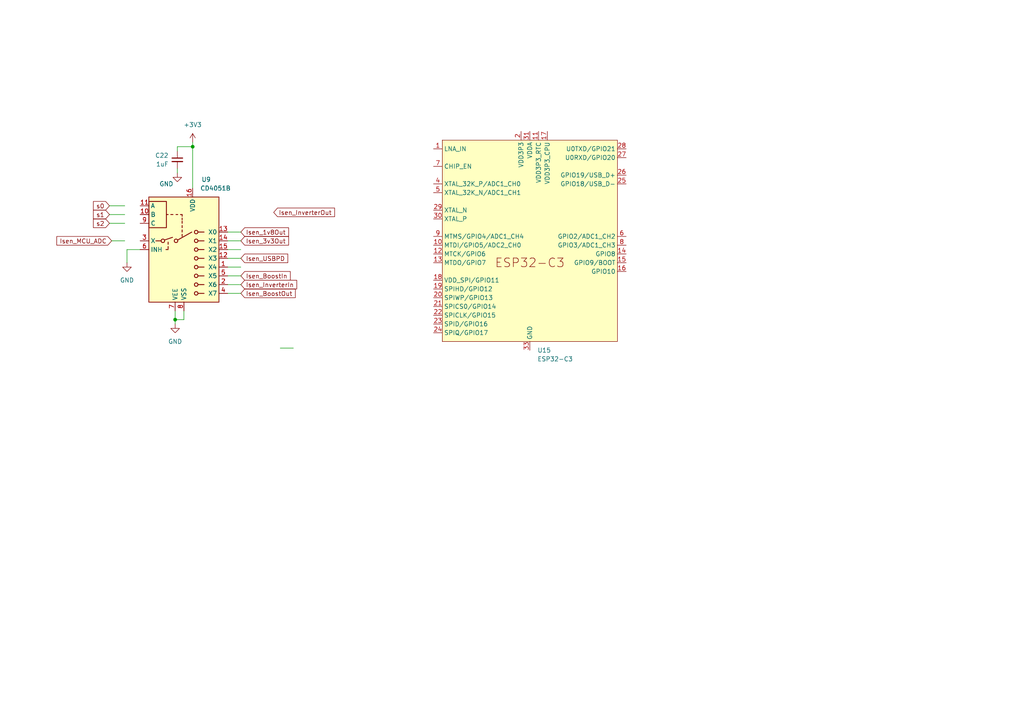
<source format=kicad_sch>
(kicad_sch (version 20230121) (generator eeschema)
  (paper "A4")
  (lib_symbols
    (symbol "Analog_Switch:CD4051B"
      (property "Reference" "U" (at -10.16 16.51 0))
      (property "Value" "CD4051B" (at 3.81 16.51 0))
      (symbol "CD4051B_0_1"
        (rectangle (start -10.16 6.35) (end -5.08 13.97) (stroke (width 0.254)))
        (rectangle (start -10.16 15.24) (end 10.16 -15.24) (stroke (width 0.254)) (fill (type background)))
        (circle (center -6.096 2.54) (radius 0.508) (stroke (width 0.254)))
        (circle (center -2.286 2.54) (radius 0.508) (stroke (width 0.254)))
        (polyline (pts (xy -8.128 2.54) (xy -6.604 2.54)) (stroke (width 0.254)))
        (polyline (pts (xy -5.588 2.794) (xy -3.302 3.556)) (stroke (width 0.254)))
        (polyline (pts (xy -4.572 0) (xy -5.207 0)) (stroke (width 0.254)))
        (polyline (pts (xy -4.572 0.254) (xy -4.572 0.889)) (stroke (width 0.254)))
        (polyline (pts (xy -4.572 1.524) (xy -4.572 2.159)) (stroke (width 0.254)))
        (polyline (pts (xy -4.572 10.16) (xy -5.08 10.16)) (stroke (width 0.254)))
        (polyline (pts (xy -3.81 10.16) (xy -3.175 10.16)) (stroke (width 0.254)))
        (polyline (pts (xy -1.778 2.794) (xy 2.286 5.08)) (stroke (width 0.254)))
        (polyline (pts (xy -1.778 10.16) (xy -2.286 10.16)) (stroke (width 0.254)))
        (polyline (pts (xy -0.508 3.81) (xy -0.508 4.445)) (stroke (width 0.254)))
        (polyline (pts (xy -0.508 5.08) (xy -0.508 5.715)) (stroke (width 0.254)))
        (polyline (pts (xy -0.508 6.35) (xy -0.508 6.985)) (stroke (width 0.254)))
        (polyline (pts (xy -0.508 7.62) (xy -0.508 8.255)) (stroke (width 0.254)))
        (polyline (pts (xy -0.508 8.636) (xy -0.508 9.144)) (stroke (width 0.254)))
        (polyline (pts (xy -0.508 9.652) (xy -0.508 10.16)) (stroke (width 0.254)))
        (polyline (pts (xy -0.508 10.16) (xy -1.016 10.16)) (stroke (width 0.254)))
        (polyline (pts (xy 4.064 -12.7) (xy 5.842 -12.7)) (stroke (width 0.254)))
        (polyline (pts (xy 4.064 -10.16) (xy 5.842 -10.16)) (stroke (width 0.254)))
        (polyline (pts (xy 4.064 -7.62) (xy 5.842 -7.62)) (stroke (width 0.254)))
        (polyline (pts (xy 4.064 -5.08) (xy 5.842 -5.08)) (stroke (width 0.254)))
        (polyline (pts (xy 4.064 -2.54) (xy 5.842 -2.54)) (stroke (width 0.254)))
        (polyline (pts (xy 4.064 0) (xy 5.842 0)) (stroke (width 0.254)))
        (polyline (pts (xy 4.064 2.54) (xy 5.842 2.54)) (stroke (width 0.254)))
        (polyline (pts (xy 4.064 5.08) (xy 5.842 5.08)) (stroke (width 0.254)))
        (circle (center 3.556 -12.7) (radius 0.508) (stroke (width 0.254)))
        (circle (center 3.556 -10.16) (radius 0.508) (stroke (width 0.254)))
        (circle (center 3.556 -7.62) (radius 0.508) (stroke (width 0.254)))
        (circle (center 3.556 -5.08) (radius 0.508) (stroke (width 0.254)))
        (circle (center 3.556 -2.54) (radius 0.508) (stroke (width 0.254)))
        (circle (center 3.556 0) (radius 0.508) (stroke (width 0.254)))
        (circle (center 3.556 2.54) (radius 0.508) (stroke (width 0.254)))
        (circle (center 3.556 5.08) (radius 0.508) (stroke (width 0.254)))
      )
      (symbol "CD4051B_1_1"
        (pin bidirectional line (at 12.7 -5.08 180) (length 2.54) (name "X4") (number "1"))
        (pin input line (at -12.7 10.16 0) (length 2.54) (name "B") (number "10"))
        (pin input line (at -12.7 12.7 0) (length 2.54) (name "A") (number "11"))
        (pin bidirectional line (at 12.7 -2.54 180) (length 2.54) (name "X3") (number "12"))
        (pin bidirectional line (at 12.7 5.08 180) (length 2.54) (name "X0") (number "13"))
        (pin bidirectional line (at 12.7 2.54 180) (length 2.54) (name "X1") (number "14"))
        (pin bidirectional line (at 12.7 0 180) (length 2.54) (name "X2") (number "15"))
        (pin power_in line (at 2.54 17.78 270) (length 2.54) (name "VDD") (number "16"))
        (pin bidirectional line (at 12.7 -10.16 180) (length 2.54) (name "X6") (number "2"))
        (pin bidirectional line (at -12.7 2.54 0) (length 2.54) (name "X") (number "3"))
        (pin bidirectional line (at 12.7 -12.7 180) (length 2.54) (name "X7") (number "4"))
        (pin bidirectional line (at 12.7 -7.62 180) (length 2.54) (name "X5") (number "5"))
        (pin input line (at -12.7 0 0) (length 2.54) (name "INH") (number "6"))
        (pin power_in line (at -2.54 -17.78 90) (length 2.54) (name "VEE") (number "7"))
        (pin power_in line (at 0 -17.78 90) (length 2.54) (name "VSS") (number "8"))
        (pin input line (at -12.7 7.62 0) (length 2.54) (name "C") (number "9"))
      )
    )
    (symbol "Device:C_Small" (pin_numbers hide) (pin_names (offset 0.254) hide)
      (property "Reference" "C" (at 0.254 1.778 0))
      (property "Value" "C_Small" (at 0.254 -2.032 0))
      (symbol "C_Small_0_1"
        (polyline (pts (xy -1.524 -0.508) (xy 1.524 -0.508)) (stroke (width 0.3302)))
        (polyline (pts (xy -1.524 0.508) (xy 1.524 0.508)) (stroke (width 0.3048)))
      )
      (symbol "C_Small_1_1"
        (pin passive line (at 0 2.54 270) (length 2.032) (name "~") (number "1"))
        (pin passive line (at 0 -2.54 90) (length 2.032) (name "~") (number "2"))
      )
    )
    (symbol "Espressif:ESP32-C3"
      (property "Reference" "U" (at -25.4 35.56 0))
      (property "Value" "ESP32-C3" (at -25.4 33.02 0))
      (symbol "ESP32-C3_0_0"
        (text "ESP32-C3" (at 0 -5.08 0) (effects (font (size 2.54 2.54))))
        (pin bidirectional line (at -27.94 27.94 0) (length 2.54) (name "LNA_IN") (number "1"))
        (pin bidirectional line (at -27.94 0 0) (length 2.54) (name "MTDI/GPIO5/ADC2_CH0") (number "10"))
        (pin power_in line (at 2.54 33.02 270) (length 2.54) (name "VDD3P3_RTC") (number "11"))
        (pin bidirectional line (at -27.94 -2.54 0) (length 2.54) (name "MTCK/GPIO6") (number "12"))
        (pin bidirectional line (at -27.94 -5.08 0) (length 2.54) (name "MTDO/GPIO7") (number "13"))
        (pin bidirectional line (at 27.94 -2.54 180) (length 2.54) (name "GPIO8") (number "14"))
        (pin bidirectional line (at 27.94 -5.08 180) (length 2.54) (name "GPIO9/BOOT") (number "15"))
        (pin bidirectional line (at 27.94 -7.62 180) (length 2.54) (name "GPIO10") (number "16"))
        (pin power_in line (at 5.08 33.02 270) (length 2.54) (name "VDD3P3_CPU") (number "17"))
        (pin bidirectional line (at -27.94 -10.16 0) (length 2.54) (name "VDD_SPI/GPIO11") (number "18"))
        (pin bidirectional line (at -27.94 -12.7 0) (length 2.54) (name "SPIHD/GPIO12") (number "19"))
        (pin power_in line (at -2.54 33.02 270) (length 2.54) (name "VDD3P3") (number "2"))
        (pin bidirectional line (at -27.94 -15.24 0) (length 2.54) (name "SPIWP/GPIO13") (number "20"))
        (pin bidirectional line (at -27.94 -17.78 0) (length 2.54) (name "SPICS0/GPIO14") (number "21"))
        (pin bidirectional line (at -27.94 -20.32 0) (length 2.54) (name "SPICLK/GPIO15") (number "22"))
        (pin bidirectional line (at -27.94 -22.86 0) (length 2.54) (name "SPID/GPIO16") (number "23"))
        (pin bidirectional line (at -27.94 -25.4 0) (length 2.54) (name "SPIQ/GPIO17") (number "24"))
        (pin bidirectional line (at 27.94 17.78 180) (length 2.54) (name "GPIO18/USB_D-") (number "25"))
        (pin bidirectional line (at 27.94 20.32 180) (length 2.54) (name "GPIO19/USB_D+") (number "26"))
        (pin bidirectional line (at 27.94 25.4 180) (length 2.54) (name "U0RXD/GPIO20") (number "27"))
        (pin bidirectional line (at 27.94 27.94 180) (length 2.54) (name "U0TXD/GPIO21") (number "28"))
        (pin output line (at -27.94 10.16 0) (length 2.54) (name "XTAL_N") (number "29"))
        (pin input line (at -27.94 7.62 0) (length 2.54) (name "XTAL_P") (number "30"))
        (pin power_in line (at 0 33.02 270) (length 2.54) (name "VDDA") (number "31"))
        (pin power_in line (at 0 -30.48 90) (length 2.54) (name "GND") (number "33"))
        (pin output line (at -27.94 17.78 0) (length 2.54) (name "XTAL_32K_P/ADC1_CH0") (number "4"))
        (pin input line (at -27.94 15.24 0) (length 2.54) (name "XTAL_32K_N/ADC1_CH1") (number "5"))
        (pin bidirectional line (at 27.94 2.54 180) (length 2.54) (name "GPIO2/ADC1_CH2") (number "6"))
        (pin input line (at -27.94 22.86 0) (length 2.54) (name "CHIP_EN") (number "7"))
        (pin bidirectional line (at 27.94 0 180) (length 2.54) (name "GPIO3/ADC1_CH3") (number "8"))
        (pin bidirectional line (at -27.94 2.54 0) (length 2.54) (name "MTMS/GPIO4/ADC1_CH4") (number "9"))
      )
      (symbol "ESP32-C3_0_1"
        (rectangle (start -25.4 30.48) (end 25.4 -27.94) (fill (type background)))
        (pin passive line (at -2.54 33.02 270) (length 2.54) hide (name "VDD3P3") (number "3"))
        (pin passive line (at 0 33.02 270) (length 2.54) hide (name "VDDA") (number "32"))
      )
    )
    (symbol "power:+3V3" (power) (pin_names (offset 0))
      (property "Value" "+3V3" (at 0 3.556 0))
      (symbol "+3V3_0_1"
        (polyline (pts (xy -0.762 1.27) (xy 0 2.54)))
        (polyline (pts (xy 0 0) (xy 0 2.54)))
        (polyline (pts (xy 0 2.54) (xy 0.762 1.27)))
      )
      (symbol "+3V3_1_1"
        (pin power_in line (at 0 0 90) (length 0) hide (name "+3V3") (number "1"))
      )
    )
    (symbol "power:GND" (power) (pin_names (offset 0))
      (property "Value" "GND" (at 0 -3.81 0))
      (symbol "GND_0_1"
        (polyline (pts (xy 0 0) (xy 0 -1.27) (xy 1.27 -1.27) (xy 0 -2.54) (xy -1.27 -1.27) (xy 0 -1.27)))
      )
      (symbol "GND_1_1"
        (pin power_in line (at 0 0 270) (length 0) hide (name "GND") (number "1"))
      )
    )
  )
  (junction (at 50.8 92.71))
  (junction (at 55.88 42.545))
  (wire (pts (xy 69.85 69.85) (xy 66.04 69.85)))
  (wire (pts (xy 53.34 92.71) (xy 53.34 90.17)))
  (wire (pts (xy 31.75 62.23) (xy 36.195 62.23)))
  (wire (pts (xy 36.83 76.2) (xy 36.83 72.39)))
  (wire (pts (xy 51.435 43.815) (xy 51.435 42.545)))
  (wire (pts (xy 66.04 72.39) (xy 69.85 72.39)))
  (wire (pts (xy 32.385 69.85) (xy 36.195 69.85)))
  (wire (pts (xy 69.85 80.01) (xy 66.04 80.01)))
  (wire (pts (xy 55.88 42.545) (xy 55.88 54.61)))
  (wire (pts (xy 36.83 72.39) (xy 40.64 72.39)))
  (wire (pts (xy 31.75 59.69) (xy 36.195 59.69)))
  (wire (pts (xy 51.435 48.895) (xy 51.435 50.165)))
  (wire (pts (xy 31.75 64.77) (xy 36.195 64.77)))
  (wire (pts (xy 50.8 92.71) (xy 53.34 92.71)))
  (wire (pts (xy 50.8 90.17) (xy 50.8 92.71)))
  (wire (pts (xy 66.04 74.93) (xy 69.85 74.93)))
  (wire (pts (xy 66.04 67.31) (xy 69.85 67.31)))
  (wire (pts (xy 69.85 85.09) (xy 66.04 85.09)))
  (wire (pts (xy 51.435 42.545) (xy 55.88 42.545)))
  (wire (pts (xy 50.8 92.71) (xy 50.8 93.98)))
  (wire (pts (xy 69.85 82.55) (xy 66.04 82.55)))
  (wire (pts (xy 69.85 77.47) (xy 66.04 77.47)))
  (wire (pts (xy 55.88 41.275) (xy 55.88 42.545)))
  (wire (pts (xy 85.09 100.965) (xy 81.28 100.965)))
  (global_label "Isen_BoostIn" (shape input) (at 69.85 80.01 0) (property "Intersheetrefs" "${INTERSHEET_REFS}" (effects hide)))
  (global_label "Isen_USBPD" (shape input) (at 69.85 74.93 0) (property "Intersheetrefs" "${INTERSHEET_REFS}" (effects hide)))
  (global_label "Isen_InverterOut" (shape input) (at 79.375 61.595 0) (property "Intersheetrefs" "${INTERSHEET_REFS}" (effects hide)))
  (global_label "s0" (shape input) (at 31.75 59.69 180) (property "Intersheetrefs" "${INTERSHEET_REFS}" (effects hide)))
  (global_label "Isen_3v3Out" (shape input) (at 69.85 69.85 0) (property "Intersheetrefs" "${INTERSHEET_REFS}" (effects hide)))
  (global_label "s1" (shape input) (at 31.75 62.23 180) (property "Intersheetrefs" "${INTERSHEET_REFS}" (effects hide)))
  (global_label "Isen_BoostOut" (shape input) (at 69.85 85.09 0) (property "Intersheetrefs" "${INTERSHEET_REFS}" (effects hide)))
  (global_label "s2" (shape input) (at 31.75 64.77 180) (property "Intersheetrefs" "${INTERSHEET_REFS}" (effects hide)))
  (global_label "Isen_InverterIn" (shape input) (at 69.85 82.55 0) (property "Intersheetrefs" "${INTERSHEET_REFS}" (effects hide)))
  (global_label "Isen_MCU_ADC" (shape input) (at 32.385 69.85 180) (property "Intersheetrefs" "${INTERSHEET_REFS}" (effects hide)))
  (global_label "Isen_1v8Out" (shape input) (at 69.85 67.31 0) (property "Intersheetrefs" "${INTERSHEET_REFS}" (effects hide)))
  (symbol (lib_id "power:GND") (at 50.8 93.98 0) (unit 1)
    (property "Reference" "#PWR046" (effects hide))
    (property "Value" "GND" (at 50.8 99.06 0))
    (instances (project "fuentes" (path "" (reference "#PWR046") (unit 1)) (path "" (reference "#PWR055") (unit 1)) (path "" (reference "#PWR056") (unit 1)) (path "" (reference "#PWR057") (unit 1))))
  )
  (symbol (lib_id "Analog_Switch:CD4051B") (at 53.34 72.39 0) (unit 1)
    (property "Reference" "U9" (at 58.42 52.07 0) (effects (justify left)))
    (property "Value" "CD4051B" (at 58.0741 54.61 0) (effects (justify left)))
    (property "Footprint" "Package_SO:SOP-16_3.9x9.9mm_P1.27mm" (effects hide))
    (property "Datasheet" "http://www.ti.com/lit/ds/symlink/cd4052b.pdf" (effects hide))
  )
  (symbol (lib_id "power:GND") (at 36.83 76.2 0) (unit 1)
    (property "Reference" "#PWR046" (effects hide))
    (property "Value" "GND" (at 36.83 81.28 0))
    (instances (project "fuentes" (path "" (reference "#PWR046") (unit 1)) (path "" (reference "#PWR055") (unit 1)) (path "" (reference "#PWR057") (unit 1)) (path "" (reference "#PWR056") (unit 1))))
  )
  (symbol (lib_id "power:+3V3") (at 55.88 41.275 0) (unit 1)
    (property "Reference" "#PWR064" (effects hide))
    (property "Value" "+3V3" (at 55.88 36.195 0))
    (instances (project "fuentes" (path "" (reference "#PWR064") (unit 1)) (path "" (reference "#PWR072") (unit 1)) (path "" (reference "#PWR075") (unit 1))))
  )
  (symbol (lib_id "Espressif:ESP32-C3") (at 153.67 71.12 0) (unit 1)
    (property "Reference" "U15" (at 155.8641 101.6 0) (effects (justify left)))
    (property "Value" "ESP32-C3" (at 155.8641 104.14 0) (effects (justify left)))
    (property "Footprint" "Package_DFN_QFN:QFN-32-1EP_5x5mm_P0.5mm_EP3.45x3.45mm" (effects hide))
    (property "Datasheet" "https://www.espressif.com/sites/default/files/documentation/esp32-c3_datasheet_en.pdf" (effects hide))
  )
  (symbol (lib_id "Device:C_Small") (at 51.435 46.355 0) (mirror y) (unit 1)
    (property "Reference" "C22" (at 48.895 45.0913 0) (effects (justify left)))
    (property "Value" "1uF" (at 48.895 47.6313 0) (effects (justify left)))
    (property "Footprint" "Capacitor_SMD:C_0603_1608Metric" (effects hide))
    (instances (project "fuentes" (path "" (reference "C22") (unit 1)) (path "" (reference "C32") (unit 1)) (path "" (reference "C220") (unit 1))))
  )
  (symbol (lib_id "power:GND") (at 51.435 50.165 0) (unit 1)
    (property "Reference" "#PWR046" (effects hide))
    (property "Value" "GND" (at 48.26 53.34 0))
    (instances (project "fuentes" (path "" (reference "#PWR046") (unit 1)) (path "" (reference "#PWR055") (unit 1)) (path "" (reference "#PWR075") (unit 1)) (path "" (reference "#PWR072") (unit 1))))
  )
)
</source>
